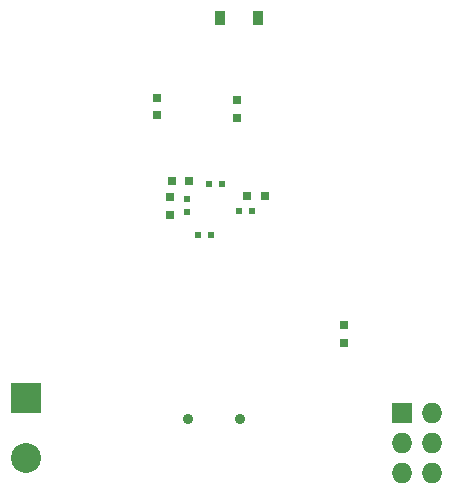
<source format=gbr>
%FSLAX46Y46*%
G04 Gerber Fmt 4.6, Leading zero omitted, Abs format (unit mm)*
G04 Created by KiCad (PCBNEW (2014-10-25 BZR 5223)-product) date 02/11/2014 18:34:45*
%MOMM*%
G01*
G04 APERTURE LIST*
%ADD10C,0.100000*%
%ADD11R,0.800000X0.750000*%
%ADD12R,0.750000X0.800000*%
%ADD13R,0.600000X0.500000*%
%ADD14R,0.500000X0.600000*%
%ADD15R,0.914400X1.219200*%
%ADD16R,2.540000X2.540000*%
%ADD17C,2.540000*%
%ADD18R,1.727200X1.727200*%
%ADD19O,1.727200X1.727200*%
%ADD20C,0.909320*%
G04 APERTURE END LIST*
D10*
D11*
X82810000Y-117530000D03*
X84310000Y-117530000D03*
D12*
X91050000Y-128500000D03*
X91050000Y-130000000D03*
D13*
X82150000Y-118850000D03*
X83250000Y-118850000D03*
X78700000Y-120850000D03*
X79800000Y-120850000D03*
X79650000Y-116500000D03*
X80750000Y-116500000D03*
D14*
X77750000Y-118900000D03*
X77750000Y-117800000D03*
D12*
X76300000Y-119150000D03*
X76300000Y-117650000D03*
D11*
X77950000Y-116300000D03*
X76450000Y-116300000D03*
D12*
X75250000Y-110700000D03*
X75250000Y-109200000D03*
X82000000Y-110900000D03*
X82000000Y-109400000D03*
D15*
X80511700Y-102500000D03*
X83788300Y-102500000D03*
D16*
X64100000Y-134610000D03*
D17*
X64100000Y-139690000D03*
D18*
X95980000Y-135910000D03*
D19*
X98520000Y-135910000D03*
X95980000Y-138450000D03*
X98520000Y-138450000D03*
X95980000Y-140990000D03*
X98520000Y-140990000D03*
D20*
X77800360Y-136399820D03*
X82199640Y-136399820D03*
M02*

</source>
